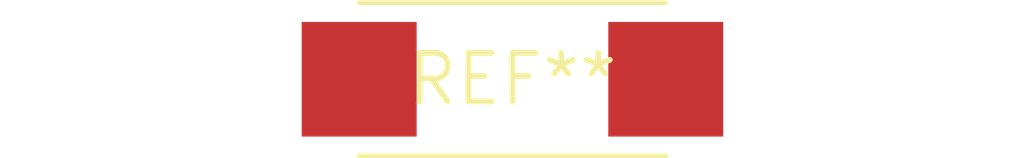
<source format=kicad_pcb>
(kicad_pcb (version 20240108) (generator pcbnew)
  (layers (0 "F.Cu" signal) (31 "B.Cu" signal) (34 "B.Paste" user) (35 "F.Paste" user) (36 "B.SilkS" user "B.Silkscreen") (37 "F.SilkS" user "F.Silkscreen") (38 "B.Mask" user) (39 "F.Mask" user) (44 "Edge.Cuts" user))
  (net 0 "")
  (footprint "L_Neosid_MicroCoil_Ms36-L" (layer "F.Cu") (at 0 0)
    (property "Reference" "REF**")
    (property "Value" "L_Neosid_MicroCoil_Ms36-L")
    (fp_line (start 4 -2) (end -4 -2) (layer "F.SilkS") (stroke (width 0.12)))
    (fp_line (start 4 2) (end -4 2) (layer "F.SilkS") (stroke (width 0.12)))
    (pad "1" smd rect (at -4 0) (size 3 3) (layers "F.Cu" "F.Paste" "F.Mask"))
    (pad "2" smd rect (at 4 0) (size 3 3) (layers "F.Cu" "F.Paste" "F.Mask"))
  )
)
</source>
